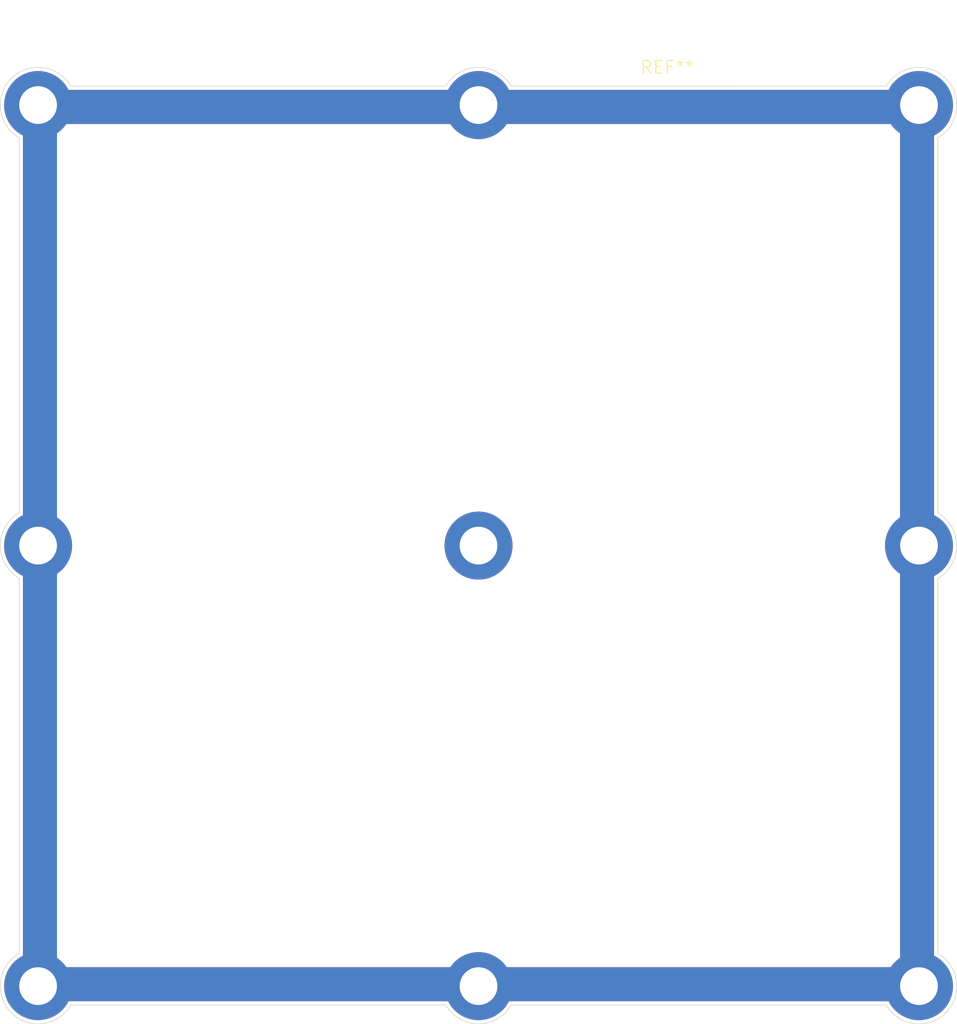
<source format=kicad_pcb>
(kicad_pcb (version 20221018) (generator pcbnew)
  (layers (0 "F.Cu" signal) (31 "B.Cu" signal) (34 "B.Paste" user) (35 "F.Paste" user) (36 "B.SilkS" user "B.Silkscreen") (37 "F.SilkS" user "F.Silkscreen") (38 "B.Mask" user) (39 "F.Mask" user) (44 "Edge.Cuts" user))
  (net 0 "")
  (footprint "WOBCLibrary:Board_FullSize_76x76" (layer "F.Cu") (at 146.2 96.45)
    (fp_text reference "REF**" (at 15 -38 unlocked) (layer "F.SilkS") (effects (font (thickness 0.1))))
    (fp_text value "Board_FullSize_76x76")
    (fp_line (start -36.499167 -32.401443) (end -36.499169 -2.598556) (stroke (width 0.05)) (layer "Edge.Cuts"))
    (fp_line (start -36.499167 2.598557) (end -36.499167 32.401443) (stroke (width 0.05)) (layer "Edge.Cuts"))
    (fp_line (start -32.402887 36.499998) (end -2.6 36.5) (stroke (width 0.05)) (layer "Edge.Cuts"))
    (fp_line (start -2.597113 -36.499998) (end -32.399999 -36.499998) (stroke (width 0.05)) (layer "Edge.Cuts"))
    (fp_line (start 2.597113 36.499998) (end 32.399999 36.499998) (stroke (width 0.05)) (layer "Edge.Cuts"))
    (fp_line (start 32.402887 -36.499998) (end 2.6 -36.5) (stroke (width 0.05)) (layer "Edge.Cuts"))
    (fp_line (start 36.499998 -2.597113) (end 36.499998 -32.399999) (stroke (width 0.05)) (layer "Edge.Cuts"))
    (fp_line (start 36.499998 32.402887) (end 36.5 2.6) (stroke (width 0.05)) (layer "Edge.Cuts"))
    (fp_arc (start -38 0) (mid -37.597836 -1.500415) (end -36.499169 -2.598556) (stroke (width 0.05)) (layer "Edge.Cuts"))
    (fp_arc (start -38 35) (mid -37.597836 33.499584) (end -36.499167 32.401443) (stroke (width 0.05)) (layer "Edge.Cuts"))
    (fp_arc (start -36.499167 -32.401443) (mid -37.897902 -35.775993) (end -35 -38) (stroke (width 0.05)) (layer "Edge.Cuts"))
    (fp_arc (start -36.499167 2.598557) (mid -37.597836 1.500416) (end -38 0) (stroke (width 0.05)) (layer "Edge.Cuts"))
    (fp_arc (start -34.998556 -38.000831) (mid -33.49814 -37.598667) (end -32.399999 -36.499998) (stroke (width 0.05)) (layer "Edge.Cuts"))
    (fp_arc (start -32.402887 36.499998) (mid -35.777437 37.898733) (end -38.001444 35.000831) (stroke (width 0.05)) (layer "Edge.Cuts"))
    (fp_arc (start -2.597113 -36.499998) (mid -1.498972 -37.598665) (end 0.001444 -38.000831) (stroke (width 0.05)) (layer "Edge.Cuts"))
    (fp_arc (start -0.001444 38.000831) (mid -1.501859 37.598667) (end -2.6 36.5) (stroke (width 0.05)) (layer "Edge.Cuts"))
    (fp_arc (start 0.001444 -38.000831) (mid 1.501859 -37.598667) (end 2.6 -36.5) (stroke (width 0.05)) (layer "Edge.Cuts"))
    (fp_arc (start 2.597113 36.499998) (mid 1.498972 37.598665) (end -0.001444 38.000831) (stroke (width 0.05)) (layer "Edge.Cuts"))
    (fp_arc (start 32.402887 -36.499998) (mid 35.777433 -37.898729) (end 38.001444 -35.000831) (stroke (width 0.05)) (layer "Edge.Cuts"))
    (fp_arc (start 34.998556 38.000831) (mid 33.498151 37.598653) (end 32.399999 36.499998) (stroke (width 0.05)) (layer "Edge.Cuts"))
    (fp_arc (start 36.499998 -2.597113) (mid 37.598677 -1.498973) (end 38.000831 0.001444) (stroke (width 0.05)) (layer "Edge.Cuts"))
    (fp_arc (start 36.499998 32.402887) (mid 37.898729 35.777433) (end 35.000831 38.001444) (stroke (width 0.05)) (layer "Edge.Cuts"))
    (fp_arc (start 38.000831 -34.998556) (mid 37.598665 -33.498141) (end 36.499998 -32.399999) (stroke (width 0.05)) (layer "Edge.Cuts"))
    (fp_arc (start 38.000831 0.001444) (mid 37.598666 1.501858) (end 36.5 2.6) (stroke (width 0.05)) (layer "Edge.Cuts"))
    (pad "GND" thru_hole circle (at -35 -35) (size 5.4 5.4) (drill 3) (layers "*.Cu" "*.Mask"))
    (pad "GND" thru_hole circle (at -35 0) (size 5.4 5.4) (drill 3) (layers "*.Cu" "*.Mask"))
    (pad "GND" thru_hole circle (at -35 35) (size 5.4 5.4) (drill 3) (layers "*.Cu" "*.Mask"))
    (pad "GND" connect rect (at -34.85 0) (size 2.7 70) (layers "F.Cu" "F.Mask"))
    (pad "GND" connect rect (at -34.85 0) (size 2.7 70) (layers "B.Cu" "B.Mask"))
    (pad "GND" thru_hole circle (at 0 -35) (size 5.4 5.4) (drill 3) (layers "*.Cu" "*.Mask"))
    (pad "GND" connect rect (at 0 -34.85 90) (size 2.7 70) (layers "F.Cu" "F.Mask"))
    (pad "GND" connect rect (at 0 -34.85 270) (size 2.7 70) (layers "B.Cu" "B.Mask"))
    (pad "GND" thru_hole circle (at 0 0) (size 5.4 5.4) (drill 3) (layers "*.Cu" "*.Mask"))
    (pad "GND" connect rect (at 0 34.85 90) (size 2.7 70) (layers "F.Cu" "F.Mask"))
    (pad "GND" connect rect (at 0 34.85 270) (size 2.7 70) (layers "B.Cu" "B.Mask"))
    (pad "GND" thru_hole circle (at 0 35) (size 5.4 5.4) (drill 3) (layers "*.Cu" "*.Mask"))
    (pad "GND" connect rect (at 34.85 0) (size 2.7 70) (layers "F.Cu" "F.Mask"))
    (pad "GND" connect rect (at 34.85 0) (size 2.7 70) (layers "B.Cu" "B.Mask"))
    (pad "GND" thru_hole circle (at 35 -35) (size 5.4 5.4) (drill 3) (layers "*.Cu" "*.Mask"))
    (pad "GND" thru_hole circle (at 35 0) (size 5.4 5.4) (drill 3) (layers "*.Cu" "*.Mask"))
    (pad "GND" thru_hole circle (at 35 35) (size 5.4 5.4) (drill 3) (layers "*.Cu" "*.Mask"))
  )
)
</source>
